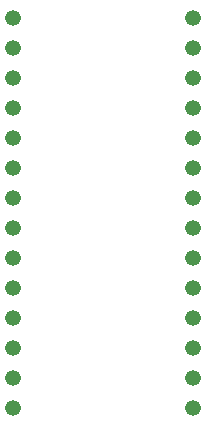
<source format=gbr>
G04 EAGLE Gerber RS-274X export*
G75*
%MOMM*%
%FSLAX34Y34*%
%LPD*%
%INSoldermask Bottom*%
%IPPOS*%
%AMOC8*
5,1,8,0,0,1.08239X$1,22.5*%
G01*
%ADD10C,1.327000*%


D10*
X0Y342900D03*
X0Y190500D03*
X152400Y114300D03*
X152400Y139700D03*
X152400Y165100D03*
X152400Y190500D03*
X152400Y215900D03*
X152400Y241300D03*
X152400Y266700D03*
X152400Y292100D03*
X0Y266700D03*
X0Y241300D03*
X0Y165100D03*
X0Y215900D03*
X152400Y317500D03*
X0Y292500D03*
X0Y317500D03*
X152400Y342900D03*
X152400Y88900D03*
X152400Y63500D03*
X152400Y38100D03*
X0Y12700D03*
X0Y38100D03*
X0Y63500D03*
X0Y88900D03*
X0Y114300D03*
X0Y139700D03*
X152400Y12700D03*
M02*

</source>
